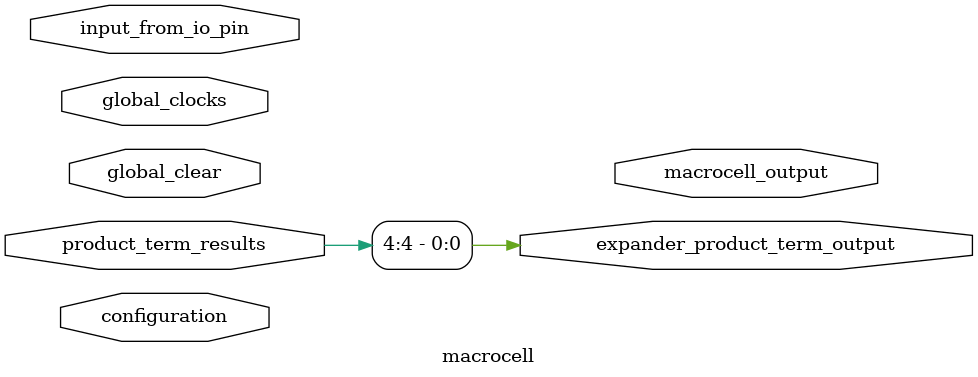
<source format=v>

module macrocell(
    input [12:0] configuration,

    input [4:0] product_term_results,
    input       global_clear,
    input [1:0] global_clocks,
    input input_from_io_pin,

    output expander_product_term_output,
    output macrocell_output
    );

/*
 * Product term select matrix
 */
wire[4:0] pt;
genvar i;
generate
    // OR gate inputs
    for (i=0; i<5; i=i+1)
        assign pt[i] = configuration[12-5+i] | product_term_results[i];
endgenerate
// OR gate output: Sum of products
wire sop = pt[0] | pt[1] | pt[2] | pt[3] | pt[4];

assign expander_product_term_output = product_term_results[4];

/*
 * Register
 */
wire selected_global_clock = configuration[0] ? global_clocks[0] : global_clocks[1];
wire clock = configuration[7] ? product_term_results[3] : selected_global_clock;

endmodule

</source>
